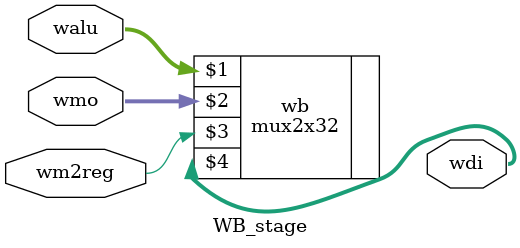
<source format=v>
module WB_stage (
    input [31:0] walu, wmo,
    input wm2reg,
    output [31:0] wdi
);
    mux2x32 wb(walu, wmo, wm2reg, wdi);
endmodule

</source>
